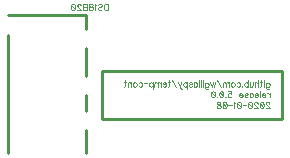
<source format=gbr>
G04 DipTrace 3.3.1.3*
G04 BottomSilk.gbr*
%MOIN*%
G04 #@! TF.FileFunction,Legend,Bot*
G04 #@! TF.Part,Single*
%ADD10C,0.009843*%
%ADD27C,0.01*%
%ADD69C,0.003088*%
%FSLAX26Y26*%
G04*
G70*
G90*
G75*
G01*
G04 BotSilk*
%LPD*%
X626060Y400177D2*
D27*
Y793864D1*
X885926Y860783D2*
X626060D1*
X885926D2*
Y813543D1*
Y656057D2*
Y750537D1*
Y537928D2*
Y593051D1*
Y400177D2*
Y474979D1*
X937653Y673680D2*
D10*
X1537653D1*
Y513680D1*
X937653D1*
Y673680D1*
X957466Y896025D2*
D69*
Y875929D1*
X950767D1*
X947893Y876901D1*
X945969Y878803D1*
X945019Y880726D1*
X944068Y883578D1*
Y888375D1*
X945019Y891249D1*
X945969Y893151D1*
X947893Y895074D1*
X950767Y896025D1*
X957466D1*
X924495Y893151D2*
X926396Y895074D1*
X929270Y896025D1*
X933095D1*
X935969Y895074D1*
X937893Y893151D1*
Y891249D1*
X936920Y889326D1*
X935969Y888375D1*
X934068Y887425D1*
X928320Y885501D1*
X926396Y884551D1*
X925446Y883578D1*
X924495Y881677D1*
Y878803D1*
X926396Y876901D1*
X929270Y875929D1*
X933095D1*
X935969Y876901D1*
X937893Y878803D1*
X918319Y892178D2*
X916396Y893151D1*
X913522Y896003D1*
Y875929D1*
X902571Y896003D2*
X905423Y895052D1*
X906396Y893151D1*
Y891227D1*
X905423Y889326D1*
X903522Y888353D1*
X899697Y887403D1*
X896823Y886452D1*
X894922Y884529D1*
X893971Y882627D1*
Y879753D1*
X894922Y877852D1*
X895872Y876879D1*
X898746Y875929D1*
X902571D1*
X905423Y876879D1*
X906396Y877852D1*
X907346Y879753D1*
Y882627D1*
X906396Y884529D1*
X904472Y886452D1*
X901620Y887403D1*
X897796Y888353D1*
X895872Y889326D1*
X894922Y891227D1*
Y893151D1*
X895872Y895052D1*
X898746Y896003D1*
X902571D1*
X887795Y896025D2*
Y875929D1*
X879173D1*
X876299Y876901D1*
X875349Y877852D1*
X874398Y879753D1*
Y882627D1*
X875349Y884551D1*
X876299Y885501D1*
X879173Y886452D1*
X876299Y887425D1*
X875349Y888375D1*
X874398Y890277D1*
Y892200D1*
X875349Y894101D1*
X876299Y895074D1*
X879173Y896025D1*
X887795D1*
Y886452D2*
X879173D1*
X867250Y891227D2*
Y892178D1*
X866299Y894101D1*
X865348Y895052D1*
X863425Y896003D1*
X859600D1*
X857699Y895052D1*
X856748Y894101D1*
X855776Y892178D1*
Y890277D1*
X856748Y888353D1*
X858650Y885501D1*
X868222Y875929D1*
X854825D1*
X842901Y896003D2*
X845775Y895052D1*
X847699Y892178D1*
X848649Y887403D1*
Y884529D1*
X847699Y879753D1*
X845775Y876879D1*
X842901Y875929D1*
X841000D1*
X838126Y876879D1*
X836225Y879753D1*
X835252Y884529D1*
Y887403D1*
X836225Y892178D1*
X838126Y895052D1*
X841000Y896003D1*
X842901D1*
X836225Y892178D2*
X847699Y879753D1*
X1485265Y633357D2*
Y618036D1*
X1486215Y615184D1*
X1487166Y614211D1*
X1489089Y613261D1*
X1491963D1*
X1493865Y614211D1*
X1485265Y630483D2*
X1487166Y632384D1*
X1489089Y633357D1*
X1491963D1*
X1493865Y632384D1*
X1495788Y630483D1*
X1496739Y627609D1*
Y625685D1*
X1495788Y622833D1*
X1493865Y620910D1*
X1491963Y619959D1*
X1489089D1*
X1487166Y620910D1*
X1485265Y622833D1*
X1479089Y641006D2*
X1478138Y640055D1*
X1477166Y641006D1*
X1478138Y641979D1*
X1479089Y641006D1*
X1478138Y634307D2*
Y620910D1*
X1468116Y641006D2*
Y624735D1*
X1467165Y621883D1*
X1465242Y620910D1*
X1463341D1*
X1470990Y634307D2*
X1464291D1*
X1457165Y641006D2*
Y620910D1*
Y630483D2*
X1454291Y633357D1*
X1452368Y634307D1*
X1449494D1*
X1447592Y633357D1*
X1446642Y630483D1*
Y620910D1*
X1440466Y634307D2*
Y624735D1*
X1439515Y621883D1*
X1437592Y620910D1*
X1434718D1*
X1432817Y621883D1*
X1429943Y624735D1*
Y634307D2*
Y620910D1*
X1423767Y641006D2*
Y620910D1*
Y631433D2*
X1421844Y633357D1*
X1419942Y634307D1*
X1417068D1*
X1415167Y633357D1*
X1413244Y631433D1*
X1412293Y628559D1*
Y626658D1*
X1413244Y623784D1*
X1415167Y621883D1*
X1417068Y620910D1*
X1419942D1*
X1421844Y621883D1*
X1423767Y623784D1*
X1405167Y622833D2*
X1406117Y621861D1*
X1405167Y620910D1*
X1404194Y621861D1*
X1405167Y622833D1*
X1386522Y631433D2*
X1388446Y633357D1*
X1390369Y634307D1*
X1393221D1*
X1395144Y633357D1*
X1397046Y631433D1*
X1398018Y628559D1*
Y626658D1*
X1397046Y623784D1*
X1395144Y621883D1*
X1393221Y620910D1*
X1390369D1*
X1388446Y621883D1*
X1386522Y623784D1*
X1375571Y634307D2*
X1377472Y633357D1*
X1379396Y631433D1*
X1380346Y628559D1*
Y626658D1*
X1379396Y623784D1*
X1377472Y621883D1*
X1375571Y620910D1*
X1372697D1*
X1370774Y621883D1*
X1368873Y623784D1*
X1367900Y626658D1*
Y628559D1*
X1368873Y631433D1*
X1370774Y633357D1*
X1372697Y634307D1*
X1375571D1*
X1361724D2*
Y620910D1*
Y630483D2*
X1358850Y633357D1*
X1356927Y634307D1*
X1354075D1*
X1352151Y633357D1*
X1351201Y630483D1*
Y620910D1*
Y630483D2*
X1348327Y633357D1*
X1346403Y634307D1*
X1343551D1*
X1341628Y633357D1*
X1340655Y630483D1*
Y620910D1*
X1334480D2*
X1321082Y640984D1*
X1314907Y634307D2*
X1311082Y620910D1*
X1307257Y634307D1*
X1303433Y620910D1*
X1299608Y634307D1*
X1281958Y633357D2*
Y618036D1*
X1282909Y615184D1*
X1283860Y614211D1*
X1285783Y613261D1*
X1288657D1*
X1290558Y614211D1*
X1281958Y630483D2*
X1283860Y632384D1*
X1285783Y633357D1*
X1288657D1*
X1290558Y632384D1*
X1292482Y630483D1*
X1293432Y627609D1*
Y625685D1*
X1292482Y622833D1*
X1290558Y620910D1*
X1288657Y619959D1*
X1285783D1*
X1283860Y620910D1*
X1281958Y622833D1*
X1275783Y641006D2*
X1274832Y640055D1*
X1273859Y641006D1*
X1274832Y641979D1*
X1275783Y641006D1*
X1274832Y634307D2*
Y620910D1*
X1267684Y641006D2*
Y620910D1*
X1261508Y641006D2*
Y620910D1*
X1243858Y634307D2*
Y620910D1*
Y631433D2*
X1245759Y633357D1*
X1247683Y634307D1*
X1250535D1*
X1252458Y633357D1*
X1254359Y631433D1*
X1255332Y628559D1*
Y626658D1*
X1254359Y623784D1*
X1252458Y621883D1*
X1250535Y620910D1*
X1247683D1*
X1245759Y621883D1*
X1243858Y623784D1*
X1227159Y631433D2*
X1228110Y633357D1*
X1230984Y634307D1*
X1233858D1*
X1236732Y633357D1*
X1237683Y631433D1*
X1236732Y629532D1*
X1234809Y628559D1*
X1230033Y627609D1*
X1228110Y626658D1*
X1227159Y624735D1*
Y623784D1*
X1228110Y621883D1*
X1230984Y620910D1*
X1233858D1*
X1236732Y621883D1*
X1237683Y623784D1*
X1220984Y634307D2*
Y614211D1*
Y631433D2*
X1219060Y633334D1*
X1217159Y634307D1*
X1214285D1*
X1212361Y633334D1*
X1210460Y631433D1*
X1209487Y628559D1*
Y626636D1*
X1210460Y623784D1*
X1212361Y621861D1*
X1214285Y620910D1*
X1217159D1*
X1219060Y621861D1*
X1220984Y623784D1*
X1202339Y634307D2*
X1196613Y620910D1*
X1198514Y617085D1*
X1200438Y615162D1*
X1202339Y614211D1*
X1203312D1*
X1190865Y634307D2*
X1196613Y620910D1*
X1184689D2*
X1171292Y640984D1*
X1162242Y641006D2*
Y624735D1*
X1161292Y621883D1*
X1159368Y620910D1*
X1157467D1*
X1165116Y634307D2*
X1158418D1*
X1151291Y628559D2*
X1139817D1*
Y630483D1*
X1140768Y632406D1*
X1141719Y633357D1*
X1143642Y634307D1*
X1146516D1*
X1148417Y633357D1*
X1150341Y631433D1*
X1151291Y628559D1*
Y626658D1*
X1150341Y623784D1*
X1148417Y621883D1*
X1146516Y620910D1*
X1143642D1*
X1141719Y621883D1*
X1139817Y623784D1*
X1133642Y634307D2*
Y620910D1*
Y630483D2*
X1130768Y633357D1*
X1128844Y634307D1*
X1125992D1*
X1124069Y633357D1*
X1123118Y630483D1*
Y620910D1*
Y630483D2*
X1120244Y633357D1*
X1118321Y634307D1*
X1115469D1*
X1113546Y633357D1*
X1112573Y630483D1*
Y620910D1*
X1106397Y634307D2*
Y614211D1*
Y631433D2*
X1104474Y633334D1*
X1102573Y634307D1*
X1099699D1*
X1097775Y633334D1*
X1095874Y631433D1*
X1094901Y628559D1*
Y626636D1*
X1095874Y623784D1*
X1097775Y621861D1*
X1099699Y620910D1*
X1102573D1*
X1104474Y621861D1*
X1106397Y623784D1*
X1088725Y630947D2*
X1077672D1*
X1060000Y631433D2*
X1061923Y633357D1*
X1063847Y634307D1*
X1066698D1*
X1068622Y633357D1*
X1070523Y631433D1*
X1071496Y628559D1*
Y626658D1*
X1070523Y623784D1*
X1068622Y621883D1*
X1066698Y620910D1*
X1063847D1*
X1061923Y621883D1*
X1060000Y623784D1*
X1049049Y634307D2*
X1050950Y633357D1*
X1052873Y631433D1*
X1053824Y628559D1*
Y626658D1*
X1052873Y623784D1*
X1050950Y621883D1*
X1049049Y620910D1*
X1046175D1*
X1044251Y621883D1*
X1042350Y623784D1*
X1041377Y626658D1*
Y628559D1*
X1042350Y631433D1*
X1044251Y633357D1*
X1046175Y634307D1*
X1049049D1*
X1035202D2*
Y620910D1*
Y630483D2*
X1032328Y633357D1*
X1030404Y634307D1*
X1027552D1*
X1025629Y633357D1*
X1024678Y630483D1*
Y620910D1*
X1015629Y641006D2*
Y624735D1*
X1014678Y621883D1*
X1012755Y620910D1*
X1010853D1*
X1018503Y634307D2*
X1011804D1*
X1496739Y598235D2*
Y584837D1*
Y592486D2*
X1495766Y595361D1*
X1493865Y597284D1*
X1491941Y598235D1*
X1489067D1*
X1482892Y592486D2*
X1471418D1*
Y594410D1*
X1472368Y596333D1*
X1473319Y597284D1*
X1475242Y598235D1*
X1478116D1*
X1480018Y597284D1*
X1481941Y595361D1*
X1482892Y592486D1*
Y590585D1*
X1481941Y587711D1*
X1480018Y585810D1*
X1478116Y584837D1*
X1475242D1*
X1473319Y585810D1*
X1471418Y587711D1*
X1465242Y604933D2*
Y584837D1*
X1459066Y592486D2*
X1447592D1*
Y594410D1*
X1448543Y596333D1*
X1449494Y597284D1*
X1451417Y598235D1*
X1454291D1*
X1456192Y597284D1*
X1458116Y595361D1*
X1459066Y592486D1*
Y590585D1*
X1458116Y587711D1*
X1456192Y585810D1*
X1454291Y584837D1*
X1451417D1*
X1449494Y585810D1*
X1447592Y587711D1*
X1429943Y598235D2*
Y584837D1*
Y595361D2*
X1431844Y597284D1*
X1433767Y598235D1*
X1436619D1*
X1438543Y597284D1*
X1440444Y595361D1*
X1441417Y592486D1*
Y590585D1*
X1440444Y587711D1*
X1438543Y585810D1*
X1436619Y584837D1*
X1433767D1*
X1431844Y585810D1*
X1429943Y587711D1*
X1413244Y595361D2*
X1414194Y597284D1*
X1417068Y598235D1*
X1419942D1*
X1422816Y597284D1*
X1423767Y595361D1*
X1422816Y593459D1*
X1420893Y592486D1*
X1416118Y591536D1*
X1414194Y590585D1*
X1413244Y588662D1*
Y587711D1*
X1414194Y585810D1*
X1417068Y584837D1*
X1419942D1*
X1422816Y585810D1*
X1423767Y587711D1*
X1407068Y592486D2*
X1395594D1*
Y594410D1*
X1396545Y596333D1*
X1397495Y597284D1*
X1399419Y598235D1*
X1402293D1*
X1404194Y597284D1*
X1406117Y595361D1*
X1407068Y592486D1*
Y590585D1*
X1406117Y587711D1*
X1404194Y585810D1*
X1402293Y584837D1*
X1399419D1*
X1397495Y585810D1*
X1395594Y587711D1*
X1358504Y604911D2*
X1368055D1*
X1369005Y596311D1*
X1368055Y597262D1*
X1365181Y598235D1*
X1362329D1*
X1359455Y597262D1*
X1357531Y595361D1*
X1356581Y592486D1*
Y590585D1*
X1357531Y587711D1*
X1359455Y585788D1*
X1362329Y584837D1*
X1365181D1*
X1368055Y585788D1*
X1369005Y586761D1*
X1369978Y588662D1*
X1349454Y586761D2*
X1350405Y585788D1*
X1349454Y584837D1*
X1348482Y585788D1*
X1349454Y586761D1*
X1336558Y604911D2*
X1339432Y603960D1*
X1341355Y601086D1*
X1342306Y596311D1*
Y593437D1*
X1341355Y588662D1*
X1339432Y585788D1*
X1336558Y584837D1*
X1334657D1*
X1331782Y585788D1*
X1329881Y588662D1*
X1328908Y593437D1*
Y596311D1*
X1329881Y601086D1*
X1331782Y603960D1*
X1334657Y604911D1*
X1336558D1*
X1329881Y601086D2*
X1341355Y588662D1*
X1321782Y586761D2*
X1322733Y585788D1*
X1321782Y584837D1*
X1320809Y585788D1*
X1321782Y586761D1*
X1308886Y604911D2*
X1311760Y603960D1*
X1313683Y601086D1*
X1314634Y596311D1*
Y593437D1*
X1313683Y588662D1*
X1311760Y585788D1*
X1308886Y584837D1*
X1306984D1*
X1304110Y585788D1*
X1302209Y588662D1*
X1301236Y593437D1*
Y596311D1*
X1302209Y601086D1*
X1304110Y603960D1*
X1306984Y604911D1*
X1308886D1*
X1302209Y601086D2*
X1313683Y588662D1*
X1495766Y564063D2*
Y565014D1*
X1494815Y566937D1*
X1493865Y567888D1*
X1491941Y568838D1*
X1488117D1*
X1486215Y567888D1*
X1485265Y566937D1*
X1484292Y565014D1*
Y563112D1*
X1485265Y561189D1*
X1487166Y558337D1*
X1496739Y548764D1*
X1483341D1*
X1471418Y568838D2*
X1474292Y567888D1*
X1476215Y565014D1*
X1477166Y560238D1*
Y557364D1*
X1476215Y552589D1*
X1474292Y549715D1*
X1471418Y548764D1*
X1469516D1*
X1466642Y549715D1*
X1464741Y552589D1*
X1463768Y557364D1*
Y560238D1*
X1464741Y565014D1*
X1466642Y567888D1*
X1469516Y568838D1*
X1471418D1*
X1464741Y565014D2*
X1476215Y552589D1*
X1456620Y564063D2*
Y565014D1*
X1455669Y566937D1*
X1454719Y567888D1*
X1452795Y568838D1*
X1448971D1*
X1447069Y567888D1*
X1446119Y566937D1*
X1445146Y565014D1*
Y563112D1*
X1446119Y561189D1*
X1448020Y558337D1*
X1457593Y548764D1*
X1444195D1*
X1432272Y568838D2*
X1435146Y567888D1*
X1437069Y565014D1*
X1438020Y560238D1*
Y557364D1*
X1437069Y552589D1*
X1435146Y549715D1*
X1432272Y548764D1*
X1430370D1*
X1427496Y549715D1*
X1425595Y552589D1*
X1424622Y557364D1*
Y560238D1*
X1425595Y565014D1*
X1427496Y567888D1*
X1430370Y568838D1*
X1432272D1*
X1425595Y565014D2*
X1437069Y552589D1*
X1418447Y558801D2*
X1407393D1*
X1395469Y568838D2*
X1398343Y567888D1*
X1400266Y565014D1*
X1401217Y560238D1*
Y557364D1*
X1400266Y552589D1*
X1398343Y549715D1*
X1395469Y548764D1*
X1393568D1*
X1390694Y549715D1*
X1388792Y552589D1*
X1387820Y557364D1*
Y560238D1*
X1388792Y565014D1*
X1390694Y567888D1*
X1393568Y568838D1*
X1395469D1*
X1388792Y565014D2*
X1400266Y552589D1*
X1381644Y565014D2*
X1379721Y565986D1*
X1376847Y568838D1*
Y548764D1*
X1370671Y558801D2*
X1359617D1*
X1347693Y568838D2*
X1350567Y567888D1*
X1352491Y565014D1*
X1353441Y560238D1*
Y557364D1*
X1352491Y552589D1*
X1350567Y549715D1*
X1347693Y548764D1*
X1345792D1*
X1342918Y549715D1*
X1341017Y552589D1*
X1340044Y557364D1*
Y560238D1*
X1341017Y565014D1*
X1342918Y567888D1*
X1345792Y568838D1*
X1347693D1*
X1341017Y565014D2*
X1352491Y552589D1*
X1329093Y568838D2*
X1331945Y567888D1*
X1332918Y565986D1*
Y564063D1*
X1331945Y562162D1*
X1330044Y561189D1*
X1326219Y560238D1*
X1323345Y559288D1*
X1321444Y557364D1*
X1320493Y555463D1*
Y552589D1*
X1321444Y550688D1*
X1322394Y549715D1*
X1325268Y548764D1*
X1329093D1*
X1331945Y549715D1*
X1332918Y550688D1*
X1333868Y552589D1*
Y555463D1*
X1332918Y557364D1*
X1330994Y559288D1*
X1328142Y560238D1*
X1324318Y561189D1*
X1322394Y562162D1*
X1321444Y564063D1*
Y565986D1*
X1322394Y567888D1*
X1325268Y568838D1*
X1329093D1*
M02*

</source>
